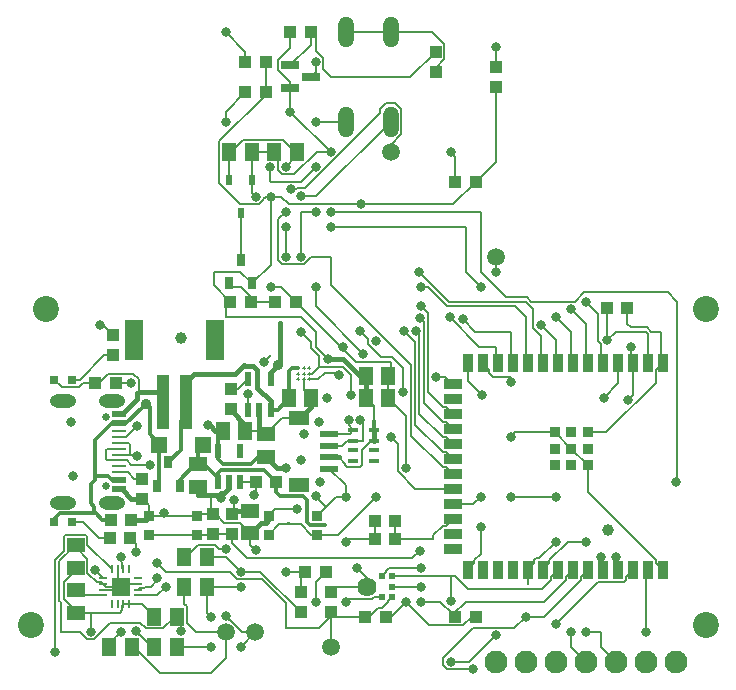
<source format=gbr>
G04*
G04 #@! TF.GenerationSoftware,Altium Limited,Altium Designer,26.1.1 (7)*
G04*
G04 Layer_Physical_Order=1*
G04 Layer_Color=255*
%FSLAX44Y44*%
%MOMM*%
G71*
G04*
G04 #@! TF.SameCoordinates,FB23F88C-E865-406B-BE6F-A8DC1CEE19A6*
G04*
G04*
G04 #@! TF.FilePolarity,Positive*
G04*
G01*
G75*
%ADD12R,0.8999X1.5001*%
%ADD13R,1.5001X0.8999*%
%ADD14R,0.8999X0.8999*%
%ADD15R,0.8001X0.2799*%
%ADD16R,1.5001X1.2400*%
%ADD17R,0.5499X1.1999*%
%ADD18R,1.2400X1.5001*%
%ADD19R,1.0000X1.1001*%
%ADD20R,1.5499X0.6000*%
%ADD21R,1.1001X1.0000*%
%ADD22R,0.8999X0.4501*%
%ADD23R,0.6350X1.0160*%
%ADD24R,0.5250X0.6000*%
%ADD25R,0.2799X0.8001*%
G04:AMPARAMS|DCode=26|XSize=1.5001mm|YSize=1.5001mm|CornerRadius=0.7501mm|HoleSize=0mm|Usage=FLASHONLY|Rotation=0.000|XOffset=0mm|YOffset=0mm|HoleType=Round|Shape=RoundedRectangle|*
%AMROUNDEDRECTD26*
21,1,1.5001,0.0000,0,0,0.0*
21,1,0.0000,1.5001,0,0,0.0*
1,1,1.5001,0.0000,0.0000*
1,1,1.5001,0.0000,0.0000*
1,1,1.5001,0.0000,0.0000*
1,1,1.5001,0.0000,0.0000*
%
%ADD26ROUNDEDRECTD26*%
%ADD27R,1.0000X4.5999*%
%ADD28R,1.6000X3.4000*%
%ADD29R,0.8001X0.8001*%
%ADD30R,1.1501X0.5751*%
G04:AMPARAMS|DCode=31|XSize=0.2751mm|YSize=0.2751mm|CornerRadius=0.1375mm|HoleSize=0mm|Usage=FLASHONLY|Rotation=90.000|XOffset=0mm|YOffset=0mm|HoleType=Round|Shape=RoundedRectangle|*
%AMROUNDEDRECTD31*
21,1,0.2751,0.0000,0,0,90.0*
21,1,0.0000,0.2751,0,0,90.0*
1,1,0.2751,0.0000,0.0000*
1,1,0.2751,0.0000,0.0000*
1,1,0.2751,0.0000,0.0000*
1,1,0.2751,0.0000,0.0000*
%
%ADD31ROUNDEDRECTD31*%
%ADD32R,1.8001X1.1999*%
%ADD33R,0.6000X0.8999*%
%ADD34R,1.5499X0.6500*%
%ADD35R,1.5001X1.5001*%
%ADD36R,1.1501X0.2751*%
%ADD37R,1.4001X1.4001*%
G04:AMPARAMS|DCode=38|XSize=1mm|YSize=1mm|CornerRadius=0.5mm|HoleSize=0mm|Usage=FLASHONLY|Rotation=270.000|XOffset=0mm|YOffset=0mm|HoleType=Round|Shape=RoundedRectangle|*
%AMROUNDEDRECTD38*
21,1,1.0000,0.0000,0,0,270.0*
21,1,0.0000,1.0000,0,0,270.0*
1,1,1.0000,0.0000,0.0000*
1,1,1.0000,0.0000,0.0000*
1,1,1.0000,0.0000,0.0000*
1,1,1.0000,0.0000,0.0000*
%
%ADD38ROUNDEDRECTD38*%
%ADD74C,0.1524*%
%ADD75C,0.3048*%
%ADD76C,0.4064*%
%ADD77C,0.2032*%
%ADD78C,1.6251*%
%ADD79C,1.9304*%
%ADD80O,1.3208X2.6416*%
%ADD81C,0.6500*%
%ADD82C,2.1999*%
%ADD83C,1.5080*%
%ADD84O,2.2159X1.1080*%
%ADD85C,0.8001*%
%ADD86C,0.8890*%
D12*
X561052Y265301D02*
D03*
X548352D02*
D03*
X535652D02*
D03*
X522952D02*
D03*
X510252D02*
D03*
X497552D02*
D03*
X484852D02*
D03*
X472152D02*
D03*
X459452D02*
D03*
X446752D02*
D03*
X434052D02*
D03*
X421352D02*
D03*
X408652D02*
D03*
X395952D02*
D03*
Y90300D02*
D03*
X408652D02*
D03*
X421352D02*
D03*
X434052D02*
D03*
X446752D02*
D03*
X459452D02*
D03*
X472152D02*
D03*
X484852D02*
D03*
X497552D02*
D03*
X510252D02*
D03*
X522952D02*
D03*
X535652D02*
D03*
X548352D02*
D03*
X561052D02*
D03*
D13*
X383450Y247650D02*
D03*
Y234950D02*
D03*
Y222250D02*
D03*
Y209550D02*
D03*
Y196850D02*
D03*
Y184150D02*
D03*
Y171450D02*
D03*
Y158750D02*
D03*
Y146050D02*
D03*
Y133350D02*
D03*
Y120650D02*
D03*
Y107950D02*
D03*
D14*
X483851Y192801D02*
D03*
X497852Y206799D02*
D03*
X483851D02*
D03*
X469851D02*
D03*
Y192801D02*
D03*
Y178801D02*
D03*
X483851D02*
D03*
X497852D02*
D03*
Y192801D02*
D03*
X167002Y135636D02*
D03*
X126001D02*
D03*
X268602Y136271D02*
D03*
X227601D02*
D03*
X167002Y119634D02*
D03*
X126001D02*
D03*
X268602Y120269D02*
D03*
X227601D02*
D03*
D15*
X87050Y83701D02*
D03*
Y78699D02*
D03*
Y73701D02*
D03*
X117052Y78699D02*
D03*
Y83701D02*
D03*
Y73701D02*
D03*
Y68699D02*
D03*
X87050D02*
D03*
D16*
X211929Y140218D02*
D03*
X225114Y186080D02*
D03*
X63951Y54000D02*
D03*
Y92100D02*
D03*
X167982Y160630D02*
D03*
X211929Y121219D02*
D03*
X225114Y205080D02*
D03*
X63951Y111100D02*
D03*
Y73000D02*
D03*
X167982Y179629D02*
D03*
D17*
X184500Y190802D02*
D03*
X193999Y164798D02*
D03*
X219653Y225758D02*
D03*
X210154Y251762D02*
D03*
X229153D02*
D03*
Y225758D02*
D03*
X210154D02*
D03*
X203499Y190802D02*
D03*
Y164798D02*
D03*
X184500D02*
D03*
D18*
X188437Y207518D02*
D03*
X309722Y254635D02*
D03*
Y235585D02*
D03*
X130652Y50800D02*
D03*
X263443Y236220D02*
D03*
X207436Y207518D02*
D03*
X328721Y254635D02*
D03*
Y235585D02*
D03*
X213151Y444500D02*
D03*
X232252D02*
D03*
X149651Y50800D02*
D03*
X175051Y76200D02*
D03*
Y101600D02*
D03*
X156052D02*
D03*
Y76200D02*
D03*
X111551Y25400D02*
D03*
X92552D02*
D03*
X149651D02*
D03*
X130652D02*
D03*
X251251Y444500D02*
D03*
X194152D02*
D03*
X244444Y236220D02*
D03*
D19*
X196031Y138039D02*
D03*
X419551Y499501D02*
D03*
X279851Y55001D02*
D03*
X180283Y137531D02*
D03*
X195269Y226451D02*
D03*
X120466Y150505D02*
D03*
X279851Y71999D02*
D03*
X254451Y55001D02*
D03*
X180283Y120533D02*
D03*
X196031Y121041D02*
D03*
X254451Y71999D02*
D03*
X368751Y529199D02*
D03*
Y512201D02*
D03*
X419551Y516499D02*
D03*
X120466Y167503D02*
D03*
X195269Y243449D02*
D03*
X95701Y272171D02*
D03*
Y289169D02*
D03*
D20*
X278932Y185499D02*
D03*
Y175499D02*
D03*
Y205501D02*
D03*
Y195501D02*
D03*
D21*
X513922Y312420D02*
D03*
X195152Y317500D02*
D03*
X402650Y419100D02*
D03*
X224850Y520700D02*
D03*
Y495300D02*
D03*
X309452Y50800D02*
D03*
X110677Y132842D02*
D03*
X80852Y248920D02*
D03*
X317707Y131445D02*
D03*
Y116205D02*
D03*
X530920Y312420D02*
D03*
X250250Y317500D02*
D03*
X245952Y546100D02*
D03*
X326450Y50800D02*
D03*
X402650D02*
D03*
X385652D02*
D03*
X334705Y131445D02*
D03*
Y116205D02*
D03*
X275650Y88900D02*
D03*
X258652D02*
D03*
X262950Y546100D02*
D03*
X207852Y495300D02*
D03*
Y520700D02*
D03*
X385652Y419100D02*
D03*
X233252Y317500D02*
D03*
X212150D02*
D03*
X97850Y248920D02*
D03*
X93679Y132842D02*
D03*
X233740Y164973D02*
D03*
X216742D02*
D03*
X110423Y117348D02*
D03*
X93425D02*
D03*
D22*
X316290Y208580D02*
D03*
Y199580D02*
D03*
X299292Y208580D02*
D03*
Y199580D02*
D03*
Y191579D02*
D03*
Y182580D02*
D03*
X316290D02*
D03*
Y191579D02*
D03*
D23*
X213151Y332900D02*
D03*
X194152D02*
D03*
X203651Y352900D02*
D03*
X133065Y161323D02*
D03*
X152064D02*
D03*
X142564Y181323D02*
D03*
D24*
X331952Y67201D02*
D03*
Y85199D02*
D03*
X323450D02*
D03*
Y67201D02*
D03*
X331952Y76200D02*
D03*
D25*
X104551Y61199D02*
D03*
X109552D02*
D03*
X99552Y91201D02*
D03*
X104551D02*
D03*
X94551D02*
D03*
X109552D02*
D03*
X99552Y61199D02*
D03*
X94551D02*
D03*
D26*
X279851Y25400D02*
D03*
X419551Y355600D02*
D03*
X330651Y444500D02*
D03*
D27*
X137771Y232875D02*
D03*
X157771D02*
D03*
D28*
X113771Y284876D02*
D03*
X181772D02*
D03*
D29*
X45656Y251460D02*
D03*
X60657D02*
D03*
X45656Y130810D02*
D03*
X60657D02*
D03*
D30*
X100672Y222499D02*
D03*
Y158501D02*
D03*
Y166500D02*
D03*
Y214501D02*
D03*
D31*
X251990Y251539D02*
D03*
X256991D02*
D03*
X261992Y256540D02*
D03*
Y251539D02*
D03*
Y261541D02*
D03*
X256991D02*
D03*
X251990D02*
D03*
X256991Y256540D02*
D03*
X251990D02*
D03*
D32*
X253451Y218501D02*
D03*
Y162499D02*
D03*
D33*
X213151Y420401D02*
D03*
X203651Y392399D02*
D03*
X194152Y420401D02*
D03*
D34*
X245952Y498399D02*
D03*
X262950Y508000D02*
D03*
X245952Y517601D02*
D03*
D35*
X102051Y76200D02*
D03*
D36*
X100672Y192999D02*
D03*
Y182999D02*
D03*
Y198001D02*
D03*
Y188001D02*
D03*
Y172999D02*
D03*
Y178001D02*
D03*
Y202999D02*
D03*
Y208001D02*
D03*
D37*
X134860Y196088D02*
D03*
X171858D02*
D03*
D38*
X515020Y124277D02*
D03*
X152851Y287020D02*
D03*
D74*
X80532Y90218D02*
X87050Y83701D01*
X80532Y90218D02*
Y90477D01*
X546551Y38100D02*
Y88501D01*
X548352Y90300D01*
X279851Y393700D02*
X406851D01*
Y342900D02*
Y393700D01*
Y342900D02*
X428695Y321056D01*
X446424D01*
X449981Y317500D01*
X486501D02*
X494453Y325453D01*
X565175D01*
X573554Y166703D02*
Y317073D01*
X571951Y165100D02*
X573554Y166703D01*
X432251Y152400D02*
X470351D01*
X400501Y146050D02*
X406851Y152400D01*
X383450Y146050D02*
X400501D01*
X449981Y317500D02*
X486501D01*
X565175Y325453D02*
X573554Y317073D01*
X355670Y303784D02*
X358655Y300800D01*
X374898Y215209D02*
X377791D01*
X383450Y209550D01*
X358655Y231455D02*
Y300800D01*
Y231455D02*
X374898Y215209D01*
X391911Y302560D02*
X402373Y292100D01*
X432251D01*
Y267099D02*
X434052Y265301D01*
X432251Y267099D02*
Y292100D01*
X354870Y342900D02*
X380270Y317500D01*
X444951D01*
X451111Y295168D02*
X457651Y288628D01*
X444951Y317500D02*
X451111Y311341D01*
Y295168D02*
Y311341D01*
X457651Y267099D02*
X459452Y265301D01*
X457651Y267099D02*
Y288628D01*
X514166Y285029D02*
X521238Y292100D01*
X546551D01*
X548352Y290299D01*
Y265301D02*
Y290299D01*
X514166Y285029D02*
Y312176D01*
X513922Y312420D02*
X514166Y312176D01*
X316290Y215900D02*
Y229014D01*
X309722Y235585D02*
X316290Y229014D01*
X313948Y199580D02*
X316290D01*
X306331Y191963D02*
X313948Y199580D01*
X304842Y177790D02*
X306331Y179278D01*
X293740Y177790D02*
X304842D01*
X292252Y179278D02*
X293740Y177790D01*
X306331Y179278D02*
Y191963D01*
X267151Y279400D02*
X277311Y269240D01*
X267151Y279400D02*
Y292100D01*
X254451Y304800D02*
X267151Y292100D01*
X190951Y304800D02*
X254451D01*
X190951D02*
Y313299D01*
X195152Y317500D01*
X203151Y342900D02*
X213151Y332900D01*
X181553Y342900D02*
X203151D01*
X181553Y331099D02*
Y342900D01*
Y331099D02*
X195152Y317500D01*
X244461Y400241D02*
X305251D01*
X213151Y332900D02*
X229051Y348800D01*
Y406400D01*
X224850Y495300D02*
Y520700D01*
X383791Y400241D02*
X402650Y419100D01*
X305251Y400241D02*
X383791D01*
X219062Y399860D02*
X222892Y403690D01*
X224850Y492493D02*
Y495300D01*
X185411Y453052D02*
X224850Y492493D01*
X185411Y418048D02*
Y453052D01*
X222892Y403690D02*
Y404071D01*
X185411Y418048D02*
X203601Y399860D01*
X219062D01*
X229051Y406400D02*
X238302D01*
X244461Y400241D01*
X222892Y404071D02*
X225221Y406400D01*
X229051D01*
X286862Y185501D02*
X292252Y180109D01*
Y179278D02*
Y180109D01*
X402650Y419100D02*
X419551Y436001D01*
Y499501D01*
X328617Y63866D02*
X331952Y67201D01*
X328617Y63147D02*
Y63866D01*
X309452Y50800D02*
X312485D01*
X320024Y58341D01*
X323809D02*
X328617Y63147D01*
X320024Y58341D02*
X323809D01*
X284052Y50800D02*
X309452D01*
X281952Y52901D02*
X284052Y50800D01*
X279851Y55001D02*
X281952Y52901D01*
X270453Y41402D02*
X281952Y52901D01*
X241751Y41402D02*
X270453D01*
X109552Y61199D02*
X120250D01*
X104551D02*
X109552D01*
X103491Y56147D02*
Y60140D01*
X104551Y61199D01*
X63951Y54000D02*
X76651D01*
X101343D01*
X103491Y56147D01*
X241751Y41402D02*
Y62672D01*
X194401Y88900D02*
X200941Y82360D01*
X222064D01*
X241751Y62672D01*
X140151Y88900D02*
X194401D01*
X120250Y61199D02*
X130652Y50800D01*
X76651Y38100D02*
Y54000D01*
X133166Y95885D02*
X140151Y88900D01*
X53911Y65748D02*
Y80251D01*
X63951Y90292D02*
Y92100D01*
Y54000D02*
Y55707D01*
X53911Y80251D02*
X63951Y90292D01*
X53911Y65748D02*
X63951Y55707D01*
X279851Y25400D02*
Y55001D01*
X559251Y267099D02*
X561052Y265301D01*
X559251Y267099D02*
Y292100D01*
X551581D02*
X559251D01*
X548024Y295656D02*
X551581Y292100D01*
X533851Y295656D02*
X548024D01*
X530920Y298587D02*
X533851Y295656D01*
X530920Y298587D02*
Y312420D01*
X328721Y235585D02*
X343351Y220955D01*
Y176339D02*
Y220955D01*
X432251Y203200D02*
X435850Y206799D01*
X469851D01*
X555391Y95961D02*
X561052Y90300D01*
X497852Y156599D02*
Y178801D01*
X555391Y95961D02*
Y99058D01*
X497852Y156599D02*
X555391Y99058D01*
X483851Y192801D02*
X497852Y178801D01*
X469851Y206799D02*
X483851Y192801D01*
X555391Y259639D02*
X561052Y265301D01*
X497852Y206799D02*
X513468D01*
X555391Y248724D01*
Y259639D01*
X328721Y235585D02*
Y254000D01*
Y254635D01*
X268602Y136271D02*
X275942Y143609D01*
X284731Y152400D01*
X292551D01*
Y114300D02*
X294456Y116205D01*
X317707D01*
Y131445D01*
X278932Y175499D02*
X292551Y161879D01*
Y152400D02*
Y161879D01*
X225114Y205080D02*
X226143Y206108D01*
X238533Y218501D01*
X253451D01*
X207436Y207518D02*
X224733D01*
X226143Y206108D01*
X120466Y150505D02*
X126001Y144968D01*
Y135636D02*
Y144968D01*
X167002Y135636D02*
X168899Y137531D01*
X180283D01*
X126001Y135636D02*
X167002D01*
X227601Y136271D02*
X232938Y141605D01*
X251276D01*
X267235Y152316D02*
Y152484D01*
Y152316D02*
X275942Y143609D01*
X70609Y248920D02*
X80852D01*
X66611Y244919D02*
X70609Y248920D01*
X52196Y244919D02*
X66611D01*
X45656Y251460D02*
X52196Y244919D01*
X117482Y246210D02*
Y251630D01*
X80852Y248920D02*
X83885D01*
X91424Y256461D01*
X112651D01*
X117482Y251630D01*
X117291Y246019D02*
X117482Y246210D01*
X117291Y241300D02*
Y246019D01*
X178251Y139563D02*
X180283Y137531D01*
X178251Y139563D02*
Y153670D01*
X180283Y137531D02*
X182572D01*
X203021Y130124D02*
X211929Y121219D01*
X182572Y137531D02*
X189979Y130124D01*
X203021D01*
X301050Y266700D02*
X330651D01*
Y255930D02*
Y266700D01*
X328721Y254000D02*
X330651Y255930D01*
X250250Y317500D02*
X301050Y266700D01*
X237550Y330200D02*
X250250Y317500D01*
X229051Y330200D02*
X237550D01*
X213151Y444500D02*
X229051D01*
X232252D01*
X213151Y420401D02*
Y444500D01*
Y409600D02*
Y420401D01*
Y409600D02*
X216351Y406400D01*
X241751Y355600D02*
Y381000D01*
X235211Y429090D02*
X239041Y425260D01*
X268543Y444500D02*
X279851D01*
X229051D02*
X235211Y438340D01*
Y429090D02*
Y438340D01*
X249303Y425260D02*
X268543Y444500D01*
X239041Y425260D02*
X249303D01*
X245952Y478399D02*
Y498399D01*
Y478399D02*
X279851Y444500D01*
X241751Y541899D02*
X245952Y546100D01*
X235660Y513298D02*
Y521901D01*
X245952Y532191D02*
Y546100D01*
Y498399D02*
Y503009D01*
X235660Y521901D02*
X245952Y532191D01*
X235660Y513298D02*
X245952Y503009D01*
X279851Y71999D02*
X284052Y76200D01*
X310852D01*
Y83299D01*
X302236Y91915D02*
X310852Y83299D01*
X220552Y88900D02*
X254451Y55001D01*
X203651Y88900D02*
X220552D01*
X211929Y111371D02*
X216351Y106952D01*
X211929Y111371D02*
Y121219D01*
X330651Y50800D02*
X343351Y63500D01*
X326450Y50800D02*
X330651D01*
X399617D02*
X402650D01*
X392079Y43261D02*
X399617Y50800D01*
X343351Y63500D02*
X363592Y43261D01*
X392079D01*
X175051Y76200D02*
X203270D01*
X203651Y75819D01*
X175051Y101600D02*
X190951D01*
X203651Y88900D01*
X85991Y79761D02*
X87050Y78699D01*
X81998Y79761D02*
X85991D01*
X63951Y109393D02*
Y111100D01*
Y109393D02*
X73992Y99352D01*
Y87767D02*
X81998Y79761D01*
X73992Y87767D02*
Y99352D01*
X149651Y50800D02*
X152851Y47600D01*
Y38679D02*
Y47600D01*
X175051Y54000D02*
X178251Y50800D01*
X175051Y54000D02*
Y76200D01*
X99552Y78699D02*
X102051Y76200D01*
X99552Y78699D02*
Y91201D01*
Y73701D02*
X102051Y76200D01*
X87050Y73701D02*
X99552D01*
X89552Y76200D02*
X102051D01*
X87050Y78699D02*
X89552Y76200D01*
X102051D02*
X104551Y78699D01*
X117052D01*
X126001Y135636D02*
X136087D01*
X138881Y138430D01*
X123400Y40759D02*
X137903D01*
X73941Y31560D02*
X79362D01*
X147944Y50800D02*
X149651D01*
X137903Y40759D02*
X147944Y50800D01*
X51251Y38100D02*
X67401D01*
X73941Y31560D01*
X118940Y45220D02*
X123400Y40759D01*
X93019Y45220D02*
X118940D01*
X79362Y31560D02*
X93019Y45220D01*
X51251Y38100D02*
Y63378D01*
X50355Y64275D02*
X51251Y63378D01*
X50355Y64275D02*
Y97503D01*
X63951Y111100D01*
X466491Y81747D02*
Y84640D01*
X381451Y85199D02*
X385459D01*
X331952D02*
X381451D01*
X466491Y84640D02*
X472152Y90300D01*
X459188Y74445D02*
X466491Y81747D01*
X396216Y74445D02*
X459188D01*
X385459Y85199D02*
X396216Y74445D01*
X103491Y92260D02*
X104551Y91201D01*
X103491Y92260D02*
Y96253D01*
X102051Y97691D02*
X103491Y96253D01*
X102051Y97691D02*
Y101600D01*
X381451Y85199D02*
X381827Y84826D01*
Y63876D02*
Y84826D01*
X397390Y12700D02*
X419551Y34862D01*
X381451Y12700D02*
X397390D01*
X395952Y250452D02*
X408088Y238316D01*
X395952Y250452D02*
Y265301D01*
X446752Y78001D02*
Y90300D01*
X452411Y95961D01*
Y98852D01*
X453900Y100340D01*
X456391D01*
X470351Y114300D01*
X483051Y25400D02*
X495751Y12700D01*
X483051Y25400D02*
Y38100D01*
X374898Y227909D02*
X377791D01*
X383450Y222250D01*
X356051Y313563D02*
X362211Y307404D01*
Y240599D02*
Y307404D01*
Y240599D02*
X374898Y227909D01*
X383450Y247650D02*
X384720Y248920D01*
X368751Y254000D02*
X377100D01*
X383450Y247650D01*
X295952Y256309D02*
X296996Y255265D01*
Y238125D02*
Y255265D01*
X270247Y262255D02*
Y271277D01*
X263595Y277927D02*
X270247Y271277D01*
X254451Y292100D02*
X263595Y282956D01*
Y277927D02*
Y282956D01*
X457651Y297878D02*
X470351Y285179D01*
Y267099D02*
X472152Y265301D01*
X470351Y267099D02*
Y285179D01*
X535652Y238234D02*
Y265301D01*
X531311Y233893D02*
X535652Y238234D01*
X533851Y267099D02*
X535652Y265301D01*
X533851Y267099D02*
Y279400D01*
X394151Y342900D02*
X406851Y330200D01*
X394151Y342900D02*
Y381000D01*
X279851D02*
X394151D01*
X419551Y342900D02*
Y355600D01*
X522952Y90300D02*
Y99799D01*
X521151Y101600D02*
X522952Y99799D01*
X342335Y292839D02*
X351543Y283632D01*
X374898Y189809D02*
X377791D01*
X383450Y184150D01*
X351543Y213167D02*
Y283632D01*
Y213167D02*
X374898Y189809D01*
X323450Y85199D02*
X326785Y88534D01*
Y89253D01*
X329275Y91740D01*
X356051D01*
Y63500D02*
X372952D01*
X383552Y52901D01*
X385652Y50800D01*
X479190Y84640D02*
X484852Y90300D01*
X479190Y81747D02*
Y84640D01*
X460943Y63500D02*
X479190Y81747D01*
X394151Y63500D02*
X460943D01*
X383552Y52901D02*
X394151Y63500D01*
X377791Y177109D02*
X383450Y171450D01*
X374898Y177109D02*
X377791D01*
X347987Y204023D02*
X374898Y177109D01*
X279851Y331831D02*
Y355600D01*
X347987Y204023D02*
Y263695D01*
X279851Y331831D02*
X347987Y263695D01*
X235211Y352890D02*
X239041Y349059D01*
X257162D01*
X235211Y352890D02*
Y387160D01*
X263702Y355600D02*
X279851D01*
X257162Y349059D02*
X263702Y355600D01*
X235211Y387160D02*
X241751Y393700D01*
X267151Y469900D02*
X292551D01*
X254451Y419100D02*
X267151Y431800D01*
X228670Y419481D02*
X229051Y419100D01*
X228670Y419481D02*
Y431221D01*
X229051Y419100D02*
X254451D01*
X405756Y262405D02*
X408652Y265301D01*
X414311Y259639D01*
Y256748D02*
Y259639D01*
Y256748D02*
X417060Y254000D01*
X432251D01*
Y249746D02*
Y254000D01*
X470351Y304419D02*
X483051Y291719D01*
Y267099D02*
X484852Y265301D01*
X483051Y267099D02*
Y291719D01*
X495751Y317500D02*
X506005Y307246D01*
X508451Y279400D02*
Y281493D01*
Y275341D02*
Y279400D01*
X506005Y283939D02*
Y307246D01*
Y283939D02*
X508451Y281493D01*
Y267099D02*
X510252Y265301D01*
X508451Y267099D02*
Y275341D01*
X457651Y88501D02*
X459452Y90300D01*
X465111Y95961D01*
Y98852D01*
X480560Y114300D01*
X495751D01*
X508451Y25400D02*
X521151Y12700D01*
X508451Y25400D02*
Y38100D01*
X495751D02*
X508451D01*
X352114Y292839D02*
X355099Y289855D01*
X374898Y202509D02*
X377791D01*
X383450Y196850D01*
X355099Y222311D02*
Y289855D01*
Y222311D02*
X374898Y202509D01*
X380938Y304287D02*
X405823Y279400D01*
X419551D01*
Y267099D02*
X421352Y265301D01*
X419551Y267099D02*
Y279400D01*
X491890Y84640D02*
X497552Y90300D01*
X491890Y81747D02*
Y84640D01*
X460943Y50800D02*
X491890Y81747D01*
X444951Y50800D02*
X460943D01*
X315269Y65535D02*
X316933Y67201D01*
X323450D01*
X292551Y63500D02*
X294586Y65535D01*
X315269D01*
X72503Y119840D02*
X73992Y118351D01*
X55399Y119840D02*
X72503D01*
X53911Y118351D02*
X55399Y119840D01*
X53911Y106088D02*
Y118351D01*
X73992Y111760D02*
Y118351D01*
Y111760D02*
X94551Y91201D01*
X46626Y20775D02*
Y98804D01*
X53911Y106088D01*
X374911Y9990D02*
Y15410D01*
Y9990D02*
X378741Y6159D01*
X384161D01*
X374911Y15410D02*
X400903Y41402D01*
X384161Y6159D02*
X384543Y6540D01*
X400481D01*
X435553Y41402D02*
X444951Y50800D01*
X400903Y41402D02*
X435553D01*
X285820Y120269D02*
X317951Y152400D01*
X401611Y95961D02*
Y98852D01*
X395952Y90300D02*
X401611Y95961D01*
X406851Y104092D02*
Y127000D01*
X401611Y98852D02*
X406851Y104092D01*
X268602Y120269D02*
X285820D01*
X334705Y116205D02*
X366846D01*
X374898Y127691D02*
X377791D01*
X383450Y133350D01*
X366846Y116205D02*
Y119636D01*
X374898Y127691D01*
X304809Y292542D02*
X311411Y285940D01*
Y281770D02*
Y285940D01*
Y281770D02*
X322925Y270256D01*
X332124D01*
X341446Y260934D01*
Y241300D02*
Y260934D01*
X330651Y203200D02*
X336811Y197041D01*
Y173629D02*
Y197041D01*
Y173629D02*
X351690Y158750D01*
X383450D01*
X267151Y80401D02*
X275650Y88900D01*
X267151Y63500D02*
Y80401D01*
X470351Y44640D02*
X505970Y80259D01*
X528505D02*
X529991Y81747D01*
Y84640D01*
X535652Y90300D01*
X505970Y80259D02*
X528505D01*
X510252Y90300D02*
Y99799D01*
X508451Y101600D02*
X510252Y99799D01*
X356051Y330200D02*
X362541D01*
X378797Y313944D02*
X435807D01*
X444951Y304800D01*
X362541Y330200D02*
X378797Y313944D01*
X444951Y267099D02*
X446752Y265301D01*
X444951Y267099D02*
Y304800D01*
X483051Y310959D02*
X495751Y298260D01*
Y267099D02*
X497552Y265301D01*
X495751Y267099D02*
Y298260D01*
X510991Y236220D02*
X522952Y248181D01*
Y265301D01*
X267151Y313687D02*
X307598Y273241D01*
X267151Y313687D02*
Y330200D01*
X195127Y48181D02*
X205206Y38100D01*
X215952D01*
X194190Y48181D02*
X195127D01*
X190951Y51420D02*
X194190Y48181D01*
X182303Y111641D02*
X185803Y108140D01*
X190951D01*
X157759Y101600D02*
X167799Y111641D01*
X156052Y101600D02*
X157759D01*
X167799Y111641D02*
X182303D01*
X215952Y37701D02*
Y38100D01*
X203651Y25400D02*
X215952Y37701D01*
X149651Y25400D02*
X178251D01*
X165551Y38100D02*
X190951D01*
X156052Y61691D02*
X158391Y59352D01*
X156052Y61691D02*
Y76200D01*
X158391Y45260D02*
X165551Y38100D01*
X158391Y45260D02*
Y59352D01*
X190951Y16002D02*
Y38100D01*
X178251Y3302D02*
X190951Y16002D01*
X135457Y3302D02*
X178251D01*
X113359Y25400D02*
X135457Y3302D01*
X111551Y25400D02*
X113359D01*
X117052Y68699D02*
X132651D01*
X118803Y35441D02*
X128843Y25400D01*
X130652D01*
X117990Y35441D02*
X118803D01*
X114751Y38679D02*
X117990Y35441D01*
X132651Y68699D02*
X140151Y76200D01*
X92552Y25400D02*
Y28600D01*
X102051Y38100D01*
X133237Y81986D02*
Y83114D01*
X127451Y76200D02*
X133237Y81986D01*
X123542Y76200D02*
X127451D01*
X122105Y74760D02*
X123542Y76200D01*
X118112Y74760D02*
X122105D01*
X117052Y73701D02*
X118112Y74760D01*
X63951Y73000D02*
X68252Y68699D01*
X87050D01*
X331952Y76200D02*
X356051D01*
X241751Y88900D02*
X258652D01*
X254451Y84699D02*
X258652Y88900D01*
X254451Y71999D02*
Y84699D01*
X292551Y546100D02*
X330651D01*
X365818D01*
X376292Y535628D01*
X368751Y515234D02*
X376292Y522773D01*
X368751Y512201D02*
Y515234D01*
X376292Y522773D02*
Y535628D01*
X347552Y508000D02*
X368751Y529199D01*
X279851Y508000D02*
X347552D01*
X273692Y514160D02*
Y523410D01*
X267151Y529951D02*
X273692Y523410D01*
Y514160D02*
X279851Y508000D01*
X267151Y529951D02*
Y546100D01*
X262950D02*
X267151D01*
X245952Y517601D02*
X262950Y534599D01*
Y546100D01*
Y508000D02*
X267151Y512201D01*
Y520700D01*
X190951Y478399D02*
X207852Y495300D01*
X190951Y469900D02*
Y478399D01*
X207852Y520700D02*
Y529199D01*
X190951Y546100D02*
X207852Y529199D01*
X381451Y444500D02*
X385652Y440299D01*
Y419100D02*
Y440299D01*
X419551Y516499D02*
Y533400D01*
X330651Y450365D02*
X339795Y459509D01*
X330651Y444500D02*
Y450365D01*
X251741Y413321D02*
X257924D01*
X321507Y476905D01*
Y480291D01*
X246399Y412560D02*
X250979D01*
X251741Y413321D01*
X321507Y480291D02*
X326864Y485648D01*
X334438D01*
X339795Y480291D01*
Y459509D02*
Y480291D01*
X241751Y431800D02*
X251251Y441300D01*
Y444500D01*
X205899Y454541D02*
X239503D01*
X249544Y444500D01*
X195859D02*
X205899Y454541D01*
X249544Y444500D02*
X251251D01*
X194152D02*
X195859D01*
X194152Y420401D02*
Y444500D01*
X203651Y352900D02*
Y392399D01*
X212150Y317500D02*
X233252D01*
X212150D02*
Y321701D01*
X203651Y330200D02*
X212150Y321701D01*
X196852Y330200D02*
X203651D01*
X194152Y332900D02*
X196852Y330200D01*
X267532Y406781D02*
X330651Y469900D01*
X254451Y406781D02*
X267532D01*
X254451Y393700D02*
X267151D01*
X254451Y355600D02*
Y393700D01*
D75*
X184500Y203581D02*
X188437Y207518D01*
X184500Y190800D02*
Y203581D01*
Y184252D02*
Y190800D01*
X188411Y180340D02*
X212541D01*
X218282Y186080D01*
X225114D01*
X184500Y184252D02*
X188411Y180340D01*
X316290Y208580D02*
Y215900D01*
Y216291D01*
X262231Y128468D02*
X274469D01*
X260159Y130541D02*
X262231Y128468D01*
X274606Y128605D02*
X274797D01*
X274469Y128468D02*
X274606Y128605D01*
X236671Y153035D02*
X256356D01*
X233740Y155966D02*
X236671Y153035D01*
X260159Y130541D02*
Y149233D01*
X256356Y153035D02*
X260159Y149233D01*
X233740Y155966D02*
Y164973D01*
X223336Y175260D02*
X233623Y164973D01*
X233740D01*
X187141Y175260D02*
X223336D01*
X184500Y172618D02*
X187141Y175260D01*
X184500Y164800D02*
Y172618D01*
X172612Y179629D02*
X184500Y167742D01*
Y164800D02*
Y167742D01*
X167982Y179629D02*
X172612D01*
X152064Y166218D02*
X165475Y179629D01*
X152064Y161323D02*
Y166218D01*
X165475Y179629D02*
X167982D01*
Y192212D01*
X171858Y196088D01*
X244444Y258597D02*
X247388Y261541D01*
X251993D01*
X244444Y236220D02*
Y258597D01*
X242945Y233738D02*
X244230D01*
X244444Y236220D01*
X235163Y225760D02*
X242945Y233738D01*
X229153Y225760D02*
X235163D01*
X156661Y219710D02*
Y231765D01*
X153359Y216408D02*
X156661Y219710D01*
Y231765D02*
X157771Y232875D01*
X153359Y192118D02*
Y216408D01*
X142564Y181323D02*
X153359Y192118D01*
X77055Y146586D02*
X79826Y143815D01*
Y138331D02*
Y143815D01*
X80461Y170094D02*
X91414D01*
X81206Y138331D02*
X86694Y132842D01*
X93679D01*
X133065Y161323D02*
X134860Y163119D01*
Y196088D01*
X126946Y204975D02*
Y227836D01*
X123771Y231010D02*
X126946Y227836D01*
Y204975D02*
X134860Y197061D01*
Y196088D02*
Y197061D01*
X120992Y228470D02*
X121231D01*
X123771Y231010D01*
X100672Y214501D02*
X107022D01*
X120992Y228470D01*
X77055Y146586D02*
Y162791D01*
X79826Y138331D02*
X81206D01*
X50637D02*
X79826D01*
X45656Y133350D02*
X50637Y138331D01*
X80461Y199956D02*
X95005Y214501D01*
X100672D01*
X77055Y162791D02*
X80461Y166195D01*
Y170094D02*
Y199956D01*
Y166195D02*
Y170094D01*
X91414D02*
X95005Y166500D01*
X100672D01*
D76*
X514166Y285029D02*
X514565D01*
X187802Y208153D02*
X188437Y207518D01*
X182188Y208153D02*
X187802D01*
X177616Y212725D02*
X182188Y208153D01*
X175711Y212725D02*
X177616D01*
X309722Y235585D02*
Y254635D01*
X234665Y176530D02*
X241751D01*
X225114Y186080D02*
X234665Y176530D01*
X198208Y140218D02*
X211929D01*
X196031Y138039D02*
X198208Y140218D01*
X309722Y235585D02*
Y249293D01*
X309325Y250561D02*
X309722Y249293D01*
X277311Y269240D02*
X290646D01*
X309325Y250561D01*
X278932Y185501D02*
X286862D01*
X316290Y199580D02*
Y208580D01*
X100672Y158501D02*
X102945D01*
X110941Y150505D02*
X120466D01*
X102945Y158501D02*
X110941Y150505D01*
X100672Y222499D02*
X103570D01*
X115429Y234358D02*
Y234465D01*
X116021Y235057D01*
Y240030D01*
X117291Y241300D01*
X135071D01*
X137771Y238600D01*
Y232875D02*
Y238600D01*
X103570Y222499D02*
X115429Y234358D01*
X207436Y207518D02*
Y213233D01*
X195269Y225400D02*
X207436Y213233D01*
X195269Y225400D02*
Y226451D01*
X227601Y132992D02*
Y136271D01*
X224817Y130208D02*
X227601Y132992D01*
X220918Y130208D02*
X224817D01*
X211929Y121219D02*
X220918Y130208D01*
X187190Y154988D02*
X189463D01*
X193999Y159525D02*
Y164800D01*
X189463Y154988D02*
X193999Y159525D01*
X178251Y153670D02*
X185871D01*
X167982D02*
X178251D01*
X167982D02*
Y160630D01*
X185871Y153670D02*
X187190Y154988D01*
X219653Y210541D02*
Y225760D01*
Y210541D02*
X225114Y205080D01*
X110677Y132842D02*
X123209D01*
X126001Y135636D01*
X263443Y228493D02*
Y236220D01*
X253451Y218501D02*
X263443Y228493D01*
X206191Y262890D02*
Y263525D01*
X164281Y256540D02*
X199206D01*
X214434Y262890D02*
X217985Y259339D01*
X206191Y262890D02*
X214434D01*
X199206Y256540D02*
X206191Y263525D01*
X217985Y244107D02*
X229153Y232938D01*
Y225760D02*
Y232938D01*
X217985Y244107D02*
Y259339D01*
X157771Y232875D02*
Y250030D01*
X164281Y256540D01*
X229153Y257658D02*
X235274Y263779D01*
X236671Y265176D01*
Y299720D01*
X229153Y251762D02*
Y257658D01*
X45656Y130810D02*
Y133350D01*
D77*
X197936Y139944D02*
Y149860D01*
X196031Y138039D02*
X197936Y139944D01*
X256991Y242672D02*
Y251541D01*
Y242672D02*
X263443Y236220D01*
X111040Y179169D02*
X126915D01*
X107213Y182999D02*
X111040Y179169D01*
X100672Y182999D02*
X107213D01*
X90502D02*
X100672D01*
X89351Y184150D02*
X90502Y182999D01*
X89351Y184150D02*
Y191770D01*
X90581Y192999D01*
X100672D01*
X264533Y256540D02*
X270247Y262255D01*
X261992Y256540D02*
X264533D01*
X270247Y262255D02*
X290006D01*
X295952Y256309D01*
X278932Y205501D02*
X296211D01*
X299292Y208580D01*
X295091Y212781D02*
X299292Y208580D01*
X295091Y212781D02*
Y217170D01*
X126001Y119634D02*
X167002D01*
X179387D02*
X180283Y120533D01*
X167002Y119634D02*
X179387D01*
X180283Y120533D02*
X195523D01*
X196031Y121041D01*
Y113030D02*
Y121041D01*
X348845Y100157D02*
X355371Y106680D01*
X196031Y113030D02*
X208904Y100157D01*
X348845D01*
X100672Y188001D02*
X109671D01*
X114609D01*
X116021Y186588D01*
X100672Y198001D02*
X108521D01*
X109671Y196850D01*
Y188001D02*
Y196850D01*
X236491Y129159D02*
X245561D01*
X227601Y120269D02*
X236491Y129159D01*
X245561D02*
X254632D01*
X263522Y120269D01*
X243021Y130302D02*
X244418D01*
X245561Y129159D01*
X334705Y116205D02*
Y131445D01*
X261992Y251541D02*
X269138D01*
X274771Y257175D01*
X285302D02*
X287398Y255079D01*
X274771Y257175D02*
X285302D01*
X278932Y195499D02*
X289496D01*
X293577Y199580D01*
X299292D01*
X307156D01*
Y214884D01*
X304870Y217170D02*
X307156Y214884D01*
X84271Y297729D02*
X87144D01*
X95701Y289169D01*
X113618Y167503D02*
X120466D01*
X100672Y172999D02*
X108122D01*
X113618Y167503D01*
X97850Y248920D02*
X110941D01*
X106931Y202999D02*
X116120Y212189D01*
X100672Y202999D02*
X106931D01*
X67761Y251460D02*
X88472Y272171D01*
X95701D01*
X60657Y251460D02*
X67761D01*
X215081Y153670D02*
X216742Y155331D01*
Y164973D01*
X223395Y266360D02*
X229051Y272016D01*
X216567Y164800D02*
X216742Y164973D01*
X203499Y164800D02*
X216567D01*
X195269Y243449D02*
X201843D01*
X210154Y251762D01*
X115386Y105410D02*
Y112385D01*
X110423Y117348D02*
X115386Y112385D01*
X210154Y225760D02*
Y239298D01*
X210001Y239451D02*
X210154Y239298D01*
X60657Y130810D02*
X70588D01*
X84050Y117348D02*
X93425D01*
X70588Y130810D02*
X84050Y117348D01*
D78*
X310852Y76200D02*
D03*
D79*
X495751Y12700D02*
D03*
X571951D02*
D03*
X521151D02*
D03*
X546551D02*
D03*
X470351D02*
D03*
X444951D02*
D03*
X419551D02*
D03*
D80*
X292551Y469900D02*
D03*
Y546100D02*
D03*
X330651Y469900D02*
D03*
Y546100D02*
D03*
D81*
X89920Y219400D02*
D03*
Y161600D02*
D03*
D82*
X38551Y311150D02*
D03*
X25851Y43815D02*
D03*
X597351Y311150D02*
D03*
Y43815D02*
D03*
D83*
X215952Y38100D02*
D03*
X190951D02*
D03*
D84*
X94922Y233700D02*
D03*
Y147300D02*
D03*
X53121D02*
D03*
Y233700D02*
D03*
D85*
X80532Y90477D02*
D03*
X546551Y38100D02*
D03*
X279851Y393700D02*
D03*
X571951Y165100D02*
D03*
X470351Y152400D02*
D03*
X432251D02*
D03*
X406851D02*
D03*
X355670Y303784D02*
D03*
X391911Y302560D02*
D03*
X354870Y342900D02*
D03*
X514166Y285029D02*
D03*
X175711Y212725D02*
D03*
X277311Y269240D02*
D03*
X241751Y176530D02*
D03*
X197936Y149860D02*
D03*
X305251Y400241D02*
D03*
X229051Y406400D02*
D03*
X76651Y38100D02*
D03*
X133166Y95885D02*
D03*
X251276Y141605D02*
D03*
X256991Y205740D02*
D03*
X138881Y138430D02*
D03*
X60141Y215900D02*
D03*
X61411Y170180D02*
D03*
X270326Y215265D02*
D03*
X290011Y279400D02*
D03*
X317951Y284480D02*
D03*
X254451Y183515D02*
D03*
X187141Y151130D02*
D03*
X276676Y236220D02*
D03*
X270961Y165100D02*
D03*
X343351Y176339D02*
D03*
X432251Y203200D02*
D03*
X292551Y152400D02*
D03*
Y114300D02*
D03*
X267235Y152484D02*
D03*
X229051Y330200D02*
D03*
X216351Y406400D02*
D03*
X241751Y381000D02*
D03*
Y355600D02*
D03*
X279851Y444500D02*
D03*
X245952Y478399D02*
D03*
X302236Y91915D02*
D03*
X203651Y88900D02*
D03*
X216351Y106952D02*
D03*
X343351Y63500D02*
D03*
X203651Y75819D02*
D03*
X152851Y38679D02*
D03*
X178251Y50800D02*
D03*
X102051Y101600D02*
D03*
X381827Y63876D02*
D03*
X419551Y34862D02*
D03*
X381451Y12700D02*
D03*
X126915Y179169D02*
D03*
X408088Y238316D02*
D03*
X470351Y114300D02*
D03*
X483051Y38100D02*
D03*
X356051Y313563D02*
D03*
X296996Y238125D02*
D03*
X295091Y217170D02*
D03*
X368751Y254000D02*
D03*
X254451Y292100D02*
D03*
X457651Y297878D02*
D03*
X355371Y106680D02*
D03*
X531311Y233893D02*
D03*
X533851Y279400D02*
D03*
X406851Y330200D02*
D03*
X279851Y381000D02*
D03*
X419551Y342900D02*
D03*
X521151Y101600D02*
D03*
X342335Y292839D02*
D03*
X356051Y91740D02*
D03*
Y63500D02*
D03*
X241751Y393700D02*
D03*
X267151Y469900D02*
D03*
Y431800D02*
D03*
X228670Y431221D02*
D03*
X116021Y186588D02*
D03*
X432251Y249746D02*
D03*
X470351Y304419D02*
D03*
X495751Y317500D02*
D03*
Y114300D02*
D03*
Y38100D02*
D03*
X352114Y292839D02*
D03*
X380938Y304287D02*
D03*
X444951Y50800D02*
D03*
X292551Y63500D02*
D03*
X46626Y20775D02*
D03*
X400481Y6540D02*
D03*
X317951Y152400D02*
D03*
X406851Y127000D02*
D03*
X304809Y292542D02*
D03*
X341446Y241300D02*
D03*
X330651Y203200D02*
D03*
X267151Y63500D02*
D03*
X470351Y44640D02*
D03*
X508451Y101600D02*
D03*
X356051Y330200D02*
D03*
X483051Y310959D02*
D03*
X510991Y236220D02*
D03*
X287398Y255079D02*
D03*
X304870Y217170D02*
D03*
X307598Y273241D02*
D03*
X267151Y330200D02*
D03*
X190951Y51420D02*
D03*
Y108140D02*
D03*
X203651Y25400D02*
D03*
X178251D02*
D03*
X114751Y38679D02*
D03*
X140151Y76200D02*
D03*
X102051Y38100D02*
D03*
X133237Y83114D02*
D03*
X356051Y76200D02*
D03*
X241751Y88900D02*
D03*
X267151Y520700D02*
D03*
X190951Y469900D02*
D03*
Y546100D02*
D03*
X381451Y444500D02*
D03*
X419551Y533400D02*
D03*
X246399Y412560D02*
D03*
X241751Y431800D02*
D03*
X254451Y406781D02*
D03*
X267151Y393700D02*
D03*
X254451Y355600D02*
D03*
X84271Y297729D02*
D03*
X110941Y248920D02*
D03*
X116120Y212189D02*
D03*
X215081Y153670D02*
D03*
X223395Y266360D02*
D03*
X115386Y105410D02*
D03*
X210001Y239451D02*
D03*
D86*
X235274Y263779D02*
D03*
X123771Y231010D02*
D03*
M02*

</source>
